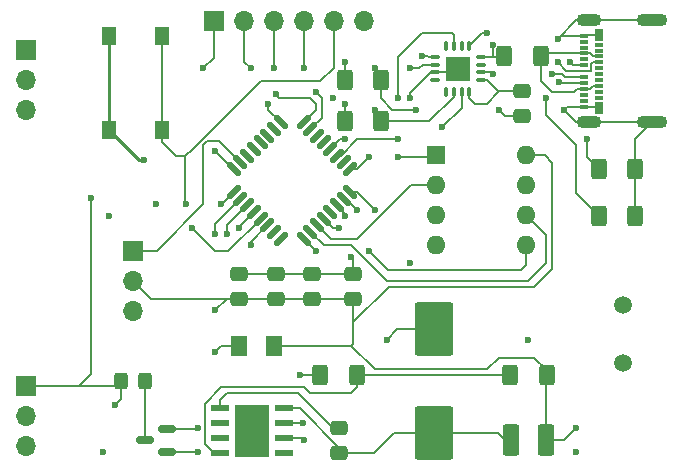
<source format=gbr>
%TF.GenerationSoftware,KiCad,Pcbnew,8.0.6*%
%TF.CreationDate,2025-06-01T13:35:18-05:00*%
%TF.ProjectId,TPS_Calibration_Board,5450535f-4361-46c6-9962-726174696f6e,rev?*%
%TF.SameCoordinates,Original*%
%TF.FileFunction,Copper,L1,Top*%
%TF.FilePolarity,Positive*%
%FSLAX46Y46*%
G04 Gerber Fmt 4.6, Leading zero omitted, Abs format (unit mm)*
G04 Created by KiCad (PCBNEW 8.0.6) date 2025-06-01 13:35:18*
%MOMM*%
%LPD*%
G01*
G04 APERTURE LIST*
G04 Aperture macros list*
%AMRoundRect*
0 Rectangle with rounded corners*
0 $1 Rounding radius*
0 $2 $3 $4 $5 $6 $7 $8 $9 X,Y pos of 4 corners*
0 Add a 4 corners polygon primitive as box body*
4,1,4,$2,$3,$4,$5,$6,$7,$8,$9,$2,$3,0*
0 Add four circle primitives for the rounded corners*
1,1,$1+$1,$2,$3*
1,1,$1+$1,$4,$5*
1,1,$1+$1,$6,$7*
1,1,$1+$1,$8,$9*
0 Add four rect primitives between the rounded corners*
20,1,$1+$1,$2,$3,$4,$5,0*
20,1,$1+$1,$4,$5,$6,$7,0*
20,1,$1+$1,$6,$7,$8,$9,0*
20,1,$1+$1,$8,$9,$2,$3,0*%
G04 Aperture macros list end*
%TA.AperFunction,SMDPad,CuDef*%
%ADD10RoundRect,0.250000X0.475000X-0.337500X0.475000X0.337500X-0.475000X0.337500X-0.475000X-0.337500X0*%
%TD*%
%TA.AperFunction,SMDPad,CuDef*%
%ADD11RoundRect,0.250000X-0.325000X-0.450000X0.325000X-0.450000X0.325000X0.450000X-0.325000X0.450000X0*%
%TD*%
%TA.AperFunction,SMDPad,CuDef*%
%ADD12R,1.700000X1.700000*%
%TD*%
%TA.AperFunction,SMDPad,CuDef*%
%ADD13O,1.700000X1.700000*%
%TD*%
%TA.AperFunction,SMDPad,CuDef*%
%ADD14RoundRect,0.250000X-0.400000X-0.625000X0.400000X-0.625000X0.400000X0.625000X-0.400000X0.625000X0*%
%TD*%
%TA.AperFunction,SMDPad,CuDef*%
%ADD15RoundRect,0.075000X-0.350000X-0.075000X0.350000X-0.075000X0.350000X0.075000X-0.350000X0.075000X0*%
%TD*%
%TA.AperFunction,SMDPad,CuDef*%
%ADD16RoundRect,0.075000X-0.075000X-0.350000X0.075000X-0.350000X0.075000X0.350000X-0.075000X0.350000X0*%
%TD*%
%TA.AperFunction,HeatsinkPad*%
%ADD17R,2.100000X2.100000*%
%TD*%
%TA.AperFunction,SMDPad,CuDef*%
%ADD18RoundRect,0.250000X1.400000X2.000000X-1.400000X2.000000X-1.400000X-2.000000X1.400000X-2.000000X0*%
%TD*%
%TA.AperFunction,SMDPad,CuDef*%
%ADD19R,1.550000X0.600000*%
%TD*%
%TA.AperFunction,ComponentPad*%
%ADD20C,0.600000*%
%TD*%
%TA.AperFunction,SMDPad,CuDef*%
%ADD21R,2.600000X3.100000*%
%TD*%
%TA.AperFunction,SMDPad,CuDef*%
%ADD22R,2.950000X4.500000*%
%TD*%
%TA.AperFunction,SMDPad,CuDef*%
%ADD23RoundRect,0.250001X-0.462499X-1.074999X0.462499X-1.074999X0.462499X1.074999X-0.462499X1.074999X0*%
%TD*%
%TA.AperFunction,SMDPad,CuDef*%
%ADD24R,0.700000X0.300000*%
%TD*%
%TA.AperFunction,SMDPad,CuDef*%
%ADD25R,0.700000X1.000000*%
%TD*%
%TA.AperFunction,ComponentPad*%
%ADD26O,2.100000X1.100000*%
%TD*%
%TA.AperFunction,ComponentPad*%
%ADD27O,2.600000X1.100000*%
%TD*%
%TA.AperFunction,SMDPad,CuDef*%
%ADD28RoundRect,0.250000X0.400000X0.625000X-0.400000X0.625000X-0.400000X-0.625000X0.400000X-0.625000X0*%
%TD*%
%TA.AperFunction,SMDPad,CuDef*%
%ADD29RoundRect,0.250001X-0.462499X-0.624999X0.462499X-0.624999X0.462499X0.624999X-0.462499X0.624999X0*%
%TD*%
%TA.AperFunction,SMDPad,CuDef*%
%ADD30RoundRect,0.250000X-0.475000X0.337500X-0.475000X-0.337500X0.475000X-0.337500X0.475000X0.337500X0*%
%TD*%
%TA.AperFunction,ComponentPad*%
%ADD31R,1.700000X1.700000*%
%TD*%
%TA.AperFunction,ComponentPad*%
%ADD32O,1.700000X1.700000*%
%TD*%
%TA.AperFunction,ComponentPad*%
%ADD33R,1.600000X1.600000*%
%TD*%
%TA.AperFunction,ComponentPad*%
%ADD34O,1.600000X1.600000*%
%TD*%
%TA.AperFunction,ComponentPad*%
%ADD35C,1.500000*%
%TD*%
%TA.AperFunction,SMDPad,CuDef*%
%ADD36RoundRect,0.125000X-0.353553X-0.530330X0.530330X0.353553X0.353553X0.530330X-0.530330X-0.353553X0*%
%TD*%
%TA.AperFunction,SMDPad,CuDef*%
%ADD37RoundRect,0.125000X0.353553X-0.530330X0.530330X-0.353553X-0.353553X0.530330X-0.530330X0.353553X0*%
%TD*%
%TA.AperFunction,SMDPad,CuDef*%
%ADD38RoundRect,0.150000X0.587500X0.150000X-0.587500X0.150000X-0.587500X-0.150000X0.587500X-0.150000X0*%
%TD*%
%TA.AperFunction,SMDPad,CuDef*%
%ADD39R,1.300000X1.550000*%
%TD*%
%TA.AperFunction,ViaPad*%
%ADD40C,0.600000*%
%TD*%
%TA.AperFunction,Conductor*%
%ADD41C,0.200000*%
%TD*%
%TA.AperFunction,Conductor*%
%ADD42C,0.250000*%
%TD*%
G04 APERTURE END LIST*
D10*
%TO.P,C4,1*%
%TO.N,+3.3V*%
X36500000Y-43827500D03*
%TO.P,C4,2*%
%TO.N,Net-(U2-VDDA)*%
X36500000Y-41752500D03*
%TD*%
%TO.P,C5,1*%
%TO.N,+3.3V*%
X39670000Y-43827500D03*
%TO.P,C5,2*%
%TO.N,Net-(U2-VDDA)*%
X39670000Y-41752500D03*
%TD*%
D11*
%TO.P,F1,1*%
%TO.N,+5V*%
X26475000Y-50790000D03*
%TO.P,F1,2*%
%TO.N,Net-(Q1-D)*%
X28525000Y-50790000D03*
%TD*%
D12*
%TO.P,J3,1,Pin_1*%
%TO.N,+3.3V*%
X34400000Y-20290000D03*
D13*
%TO.P,J3,2,Pin_2*%
%TO.N,/SWCLK*%
X36940000Y-20290000D03*
%TO.P,J3,3,Pin_3*%
%TO.N,GND*%
X39480000Y-20290000D03*
%TO.P,J3,4,Pin_4*%
%TO.N,/SWDIO*%
X42020000Y-20290000D03*
%TO.P,J3,5,Pin_5*%
%TO.N,NRST*%
X44560000Y-20290000D03*
%TO.P,J3,6,Pin_6*%
%TO.N,unconnected-(J3-Pin_6-Pad6)*%
X47100000Y-20290000D03*
%TD*%
D14*
%TO.P,R8,1*%
%TO.N,Net-(P1-CC)*%
X66950000Y-32790000D03*
%TO.P,R8,2*%
%TO.N,GND*%
X70050000Y-32790000D03*
%TD*%
D15*
%TO.P,U3,1,VCCIO*%
%TO.N,Net-(U3-VCC)*%
X53075000Y-23340000D03*
%TO.P,U3,2,RXD*%
%TO.N,UART_RX*%
X53075000Y-23990000D03*
%TO.P,U3,3,GND*%
%TO.N,GND*%
X53075000Y-24640000D03*
%TO.P,U3,4,~{CTS}*%
%TO.N,unconnected-(U3-~{CTS}-Pad4)*%
X53075000Y-25290000D03*
D16*
%TO.P,U3,5,CBUS2*%
%TO.N,unconnected-(U3-CBUS2-Pad5)*%
X54050000Y-26265000D03*
%TO.P,U3,6,USBDP*%
%TO.N,Net-(U3-USBDP)*%
X54700000Y-26265000D03*
%TO.P,U3,7,USBDM*%
%TO.N,Net-(U3-USBDM)*%
X55350000Y-26265000D03*
%TO.P,U3,8,3V3OUT*%
%TO.N,Net-(U3-3V3OUT)*%
X56000000Y-26265000D03*
D15*
%TO.P,U3,9,~{RESET}*%
X56975000Y-25290000D03*
%TO.P,U3,10,VCC*%
%TO.N,Net-(U3-VCC)*%
X56975000Y-24640000D03*
%TO.P,U3,11,CBUS1*%
%TO.N,unconnected-(U3-CBUS1-Pad11)*%
X56975000Y-23990000D03*
%TO.P,U3,12,CBUS0*%
%TO.N,USB_SENSE*%
X56975000Y-23340000D03*
D16*
%TO.P,U3,13,GND*%
%TO.N,GND*%
X56000000Y-22365000D03*
%TO.P,U3,14,CBUS3*%
%TO.N,unconnected-(U3-CBUS3-Pad14)*%
X55350000Y-22365000D03*
%TO.P,U3,15,TXD*%
%TO.N,UART_TX*%
X54700000Y-22365000D03*
%TO.P,U3,16,~{RTS}*%
%TO.N,unconnected-(U3-~{RTS}-Pad16)*%
X54050000Y-22365000D03*
D17*
%TO.P,U3,17,GND*%
%TO.N,GND*%
X55025000Y-24315000D03*
%TD*%
D14*
%TO.P,R11,1*%
%TO.N,Net-(R11-Pad1)*%
X43400000Y-50290000D03*
%TO.P,R11,2*%
%TO.N,/Feedback*%
X46500000Y-50290000D03*
%TD*%
D18*
%TO.P,D1,1,K*%
%TO.N,Net-(D1-K)*%
X53000000Y-55190000D03*
%TO.P,D1,2,A*%
%TO.N,GND*%
X53000000Y-46390000D03*
%TD*%
D19*
%TO.P,U4,1,BOOT*%
%TO.N,Net-(U4-BOOT)*%
X34900000Y-53085000D03*
%TO.P,U4,2,NC*%
%TO.N,unconnected-(U4-NC-Pad2)*%
X34900000Y-54355000D03*
%TO.P,U4,3,NC*%
%TO.N,unconnected-(U4-NC-Pad3)*%
X34900000Y-55625000D03*
%TO.P,U4,4,VSENSE*%
%TO.N,/Feedback*%
X34900000Y-56895000D03*
%TO.P,U4,5,EN*%
%TO.N,unconnected-(U4-EN-Pad5)*%
X40300000Y-56895000D03*
%TO.P,U4,6,GND*%
%TO.N,GND*%
X40300000Y-55625000D03*
%TO.P,U4,7,VIN*%
%TO.N,Net-(Q1-S)*%
X40300000Y-54355000D03*
%TO.P,U4,8,PH*%
%TO.N,Net-(D1-K)*%
X40300000Y-53085000D03*
D20*
%TO.P,U4,9,GNDPAD*%
%TO.N,GND*%
X37000000Y-53190000D03*
X37000000Y-54390000D03*
X37000000Y-55690000D03*
X37000000Y-56790000D03*
D21*
X37600000Y-54990000D03*
D22*
X37600000Y-54990000D03*
D20*
X38200000Y-53190000D03*
X38200000Y-54390000D03*
X38200000Y-55690000D03*
X38200000Y-56790000D03*
%TD*%
D23*
%TO.P,L1,1*%
%TO.N,Net-(D1-K)*%
X59500000Y-55790000D03*
%TO.P,L1,2*%
%TO.N,+3.3V*%
X62475000Y-55790000D03*
%TD*%
D24*
%TO.P,P1,A1,GND*%
%TO.N,GND*%
X65700000Y-27540000D03*
%TO.P,P1,A2*%
%TO.N,N/C*%
X65700000Y-27040000D03*
%TO.P,P1,A3*%
X65700000Y-26540000D03*
%TO.P,P1,A4,VBUS*%
%TO.N,Net-(P1-VBUS-PadA4)*%
X65700000Y-26040000D03*
%TO.P,P1,A5,CC*%
%TO.N,Net-(P1-CC)*%
X65700000Y-25540000D03*
%TO.P,P1,A6,D+*%
%TO.N,Net-(P1-D+)*%
X65700000Y-25040000D03*
%TO.P,P1,A7,D-*%
%TO.N,Net-(P1-D-)*%
X65700000Y-24040000D03*
%TO.P,P1,A8*%
%TO.N,N/C*%
X65700000Y-23540000D03*
%TO.P,P1,A9,VBUS*%
%TO.N,Net-(P1-VBUS-PadA4)*%
X65700000Y-23040000D03*
%TO.P,P1,A10*%
%TO.N,N/C*%
X65700000Y-22540000D03*
%TO.P,P1,A11*%
X65700000Y-22040000D03*
%TO.P,P1,A12,GND*%
%TO.N,GND*%
X65700000Y-21540000D03*
D25*
%TO.P,P1,B1,GND*%
X67000000Y-21440000D03*
D24*
%TO.P,P1,B2*%
%TO.N,N/C*%
X67000000Y-22290000D03*
%TO.P,P1,B3*%
X67000000Y-22790000D03*
%TO.P,P1,B4,VBUS*%
%TO.N,Net-(P1-VBUS-PadA4)*%
X67000000Y-23290000D03*
%TO.P,P1,B5,VCONN*%
%TO.N,Net-(P1-VCONN)*%
X67000000Y-23790000D03*
%TO.P,P1,B6*%
%TO.N,N/C*%
X67000000Y-24290000D03*
%TO.P,P1,B7*%
X67000000Y-24790000D03*
%TO.P,P1,B8*%
X67000000Y-25290000D03*
%TO.P,P1,B9,VBUS*%
%TO.N,Net-(P1-VBUS-PadA4)*%
X67000000Y-25790000D03*
%TO.P,P1,B10*%
%TO.N,N/C*%
X67000000Y-26290000D03*
%TO.P,P1,B11*%
X67000000Y-26790000D03*
D25*
%TO.P,P1,B12,GND*%
%TO.N,GND*%
X67000000Y-27640000D03*
D26*
%TO.P,P1,S1,SHIELD*%
X66110000Y-28860000D03*
D27*
X71470000Y-28860000D03*
D26*
X66110000Y-20220000D03*
D27*
X71470000Y-20220000D03*
%TD*%
D28*
%TO.P,R4,1*%
%TO.N,Net-(U3-USBDM)*%
X48550000Y-25290000D03*
%TO.P,R4,2*%
%TO.N,Net-(P1-D-)*%
X45450000Y-25290000D03*
%TD*%
%TO.P,R5,1*%
%TO.N,Net-(U3-USBDP)*%
X48550000Y-28790000D03*
%TO.P,R5,2*%
%TO.N,Net-(P1-D+)*%
X45450000Y-28790000D03*
%TD*%
D14*
%TO.P,R10,1*%
%TO.N,Net-(P1-VCONN)*%
X66950000Y-36790000D03*
%TO.P,R10,2*%
%TO.N,GND*%
X70050000Y-36790000D03*
%TD*%
D29*
%TO.P,D2,1,K*%
%TO.N,GND*%
X36512500Y-47790000D03*
%TO.P,D2,2,A*%
%TO.N,+3.3V*%
X39487500Y-47790000D03*
%TD*%
D30*
%TO.P,C12,1*%
%TO.N,Net-(U3-3V3OUT)*%
X60500000Y-26252500D03*
%TO.P,C12,2*%
%TO.N,GND*%
X60500000Y-28327500D03*
%TD*%
D31*
%TO.P,J2,1,Pin_1*%
%TO.N,+5V*%
X18500000Y-22765000D03*
D32*
%TO.P,J2,2,Pin_2*%
%TO.N,SIG_IN*%
X18500000Y-25305000D03*
%TO.P,J2,3,Pin_3*%
%TO.N,GND*%
X18500000Y-27845000D03*
%TD*%
D33*
%TO.P,U1,1,~{CS}*%
%TO.N,EEPROM_CS*%
X53200000Y-31670000D03*
D34*
%TO.P,U1,2,MISO*%
%TO.N,EEPROM_MISO*%
X53200000Y-34210000D03*
%TO.P,U1,3,~{WP}*%
%TO.N,Net-(U1-~{WP})*%
X53200000Y-36750000D03*
%TO.P,U1,4,GND*%
%TO.N,GND*%
X53200000Y-39290000D03*
%TO.P,U1,5,MOSI*%
%TO.N,EEPROM_MOSI*%
X60820000Y-39290000D03*
%TO.P,U1,6,SCK*%
%TO.N,EEPROM_SCK*%
X60820000Y-36750000D03*
%TO.P,U1,7,~{HOLD}*%
%TO.N,Net-(U1-~{HOLD})*%
X60820000Y-34210000D03*
%TO.P,U1,8,VCC*%
%TO.N,+3.3V*%
X60820000Y-31670000D03*
%TD*%
D30*
%TO.P,C13,1*%
%TO.N,Net-(U4-BOOT)*%
X45000000Y-54752500D03*
%TO.P,C13,2*%
%TO.N,Net-(D1-K)*%
X45000000Y-56827500D03*
%TD*%
D14*
%TO.P,R7,1*%
%TO.N,USB_SENSE*%
X58950000Y-23290000D03*
%TO.P,R7,2*%
%TO.N,Net-(P1-VBUS-PadA4)*%
X62050000Y-23290000D03*
%TD*%
D35*
%TO.P,Y1,1*%
%TO.N,Net-(U2-PF1)*%
X69000000Y-44340000D03*
%TO.P,Y1,2*%
%TO.N,Net-(U2-PF0)*%
X69000000Y-49220000D03*
%TD*%
D31*
%TO.P,J1,1,Pin_1*%
%TO.N,+5V*%
X18500000Y-51210000D03*
D32*
%TO.P,J1,2,Pin_2*%
%TO.N,SIG_OUT*%
X18500000Y-53750000D03*
%TO.P,J1,3,Pin_3*%
%TO.N,GND*%
X18500000Y-56290000D03*
%TD*%
D31*
%TO.P,JP1,1,A*%
%TO.N,/BOOT0*%
X27500000Y-39750000D03*
D32*
%TO.P,JP1,2,B*%
%TO.N,+3.3V*%
X27500000Y-42290000D03*
%TO.P,JP1,3*%
%TO.N,N/C*%
X27500000Y-44830000D03*
%TD*%
D36*
%TO.P,U2,1,VDD*%
%TO.N,Net-(U2-VDDA)*%
X36067930Y-34762272D03*
%TO.P,U2,2,PF0*%
%TO.N,Net-(U2-PF0)*%
X36633616Y-35327957D03*
%TO.P,U2,3,PF1*%
%TO.N,Net-(U2-PF1)*%
X37199301Y-35893643D03*
%TO.P,U2,4,PG10*%
%TO.N,NRST*%
X37764986Y-36459328D03*
%TO.P,U2,5,PA0*%
%TO.N,SIG_IN*%
X38330672Y-37025014D03*
%TO.P,U2,6,PA1*%
%TO.N,GND*%
X38896357Y-37590699D03*
%TO.P,U2,7,PA2*%
%TO.N,unconnected-(U2-PA2-Pad7)*%
X39462043Y-38156384D03*
%TO.P,U2,8,PA3*%
%TO.N,unconnected-(U2-PA3-Pad8)*%
X40027728Y-38722070D03*
D37*
%TO.P,U2,9,PA4*%
%TO.N,SIG_OUT*%
X41972272Y-38722070D03*
%TO.P,U2,10,PA5*%
%TO.N,EEPROM_SCK*%
X42537957Y-38156384D03*
%TO.P,U2,11,PA6*%
%TO.N,EEPROM_MISO*%
X43103643Y-37590699D03*
%TO.P,U2,12,PA7*%
%TO.N,EEPROM_MOSI*%
X43669328Y-37025014D03*
%TO.P,U2,13,PB0*%
%TO.N,unconnected-(U2-PB0-Pad13)*%
X44235014Y-36459328D03*
%TO.P,U2,14,VSSA*%
%TO.N,GND*%
X44800699Y-35893643D03*
%TO.P,U2,15,VDDA*%
%TO.N,Net-(U2-VDDA)*%
X45366384Y-35327957D03*
%TO.P,U2,16,VSS*%
%TO.N,GND*%
X45932070Y-34762272D03*
D36*
%TO.P,U2,17,VDD*%
%TO.N,Net-(U2-VDDA)*%
X45932070Y-32817728D03*
%TO.P,U2,18,PA8*%
%TO.N,unconnected-(U2-PA8-Pad18)*%
X45366384Y-32252043D03*
%TO.P,U2,19,PA9*%
%TO.N,UART_TX*%
X44800699Y-31686357D03*
%TO.P,U2,20,PA10*%
%TO.N,UART_RX*%
X44235014Y-31120672D03*
%TO.P,U2,21,PA11*%
%TO.N,unconnected-(U2-PA11-Pad21)*%
X43669328Y-30554986D03*
%TO.P,U2,22,PA12*%
%TO.N,unconnected-(U2-PA12-Pad22)*%
X43103643Y-29989301D03*
%TO.P,U2,23,PA13*%
%TO.N,/SWDIO*%
X42537957Y-29423616D03*
%TO.P,U2,24,PA14*%
%TO.N,/SWCLK*%
X41972272Y-28857930D03*
D37*
%TO.P,U2,25,PA15*%
%TO.N,EEPROM_CS*%
X40027728Y-28857930D03*
%TO.P,U2,26,PB3*%
%TO.N,unconnected-(U2-PB3-Pad26)*%
X39462043Y-29423616D03*
%TO.P,U2,27,PB4*%
%TO.N,unconnected-(U2-PB4-Pad27)*%
X38896357Y-29989301D03*
%TO.P,U2,28,PB5*%
%TO.N,unconnected-(U2-PB5-Pad28)*%
X38330672Y-30554986D03*
%TO.P,U2,29,PB6*%
%TO.N,unconnected-(U2-PB6-Pad29)*%
X37764986Y-31120672D03*
%TO.P,U2,30,PB7*%
%TO.N,unconnected-(U2-PB7-Pad30)*%
X37199301Y-31686357D03*
%TO.P,U2,31,PB8*%
%TO.N,/BOOT0*%
X36633616Y-32252043D03*
%TO.P,U2,32,VSS*%
%TO.N,GND*%
X36067930Y-32817728D03*
%TD*%
D38*
%TO.P,Q1,1,G*%
%TO.N,GND*%
X30437500Y-56740000D03*
%TO.P,Q1,2,S*%
%TO.N,Net-(Q1-S)*%
X30437500Y-54840000D03*
%TO.P,Q1,3,D*%
%TO.N,Net-(Q1-D)*%
X28562500Y-55790000D03*
%TD*%
D39*
%TO.P,SW1,1,1*%
%TO.N,NRST*%
X30000000Y-21590000D03*
X30000000Y-29540000D03*
%TO.P,SW1,2,2*%
%TO.N,GND*%
X25500000Y-21590000D03*
X25500000Y-29540000D03*
%TD*%
D28*
%TO.P,R9,1*%
%TO.N,+3.3V*%
X62550000Y-50290000D03*
%TO.P,R9,2*%
%TO.N,/Feedback*%
X59450000Y-50290000D03*
%TD*%
D10*
%TO.P,C7,1*%
%TO.N,+3.3V*%
X46180000Y-43827500D03*
%TO.P,C7,2*%
%TO.N,Net-(U2-VDDA)*%
X46180000Y-41752500D03*
%TD*%
%TO.P,C6,1*%
%TO.N,+3.3V*%
X42680000Y-43827500D03*
%TO.P,C6,2*%
%TO.N,Net-(U2-VDDA)*%
X42680000Y-41752500D03*
%TD*%
D40*
%TO.N,GND*%
X34500000Y-31290000D03*
X25000000Y-56790000D03*
X49000000Y-47290000D03*
X61000000Y-47290000D03*
X57500000Y-21290000D03*
X45500000Y-36790000D03*
X51000000Y-26790000D03*
X33000000Y-56790000D03*
X65000000Y-56790000D03*
X48000000Y-36290000D03*
X34500000Y-48290000D03*
X28500000Y-32040000D03*
X37500000Y-39290000D03*
X63500000Y-21790000D03*
X44500000Y-26790000D03*
X25500000Y-36790000D03*
X42000000Y-55790000D03*
X39500000Y-24290000D03*
X51000000Y-40790000D03*
X58500000Y-27790000D03*
X64000000Y-27790000D03*
%TO.N,Net-(U2-PF0)*%
X34500000Y-38290000D03*
%TO.N,NRST*%
X36500000Y-37790000D03*
X29500000Y-35790000D03*
X32000000Y-35790000D03*
%TO.N,Net-(U2-PF1)*%
X35500000Y-38290000D03*
%TO.N,Net-(U2-VDDA)*%
X46000000Y-40290000D03*
X46500000Y-36290000D03*
X35000000Y-35790000D03*
X47500000Y-31790000D03*
%TO.N,+3.3V*%
X65000000Y-54790000D03*
X33500000Y-24290000D03*
X34500000Y-44790000D03*
%TO.N,+5V*%
X24000000Y-35290000D03*
X26000000Y-52790000D03*
%TO.N,Net-(U3-VCC)*%
X58000000Y-24790000D03*
X52000000Y-23290000D03*
%TO.N,Net-(U3-USBDM)*%
X53709038Y-29300713D03*
X48000000Y-24290000D03*
X51500000Y-27790000D03*
%TO.N,SIG_OUT*%
X43000000Y-39790000D03*
%TO.N,SIG_IN*%
X32500000Y-37790000D03*
%TO.N,/SWCLK*%
X37500000Y-24290000D03*
X39603179Y-26487313D03*
%TO.N,/SWDIO*%
X43000000Y-26290000D03*
X42000000Y-24290000D03*
%TO.N,Net-(P1-D-)*%
X64500000Y-23790000D03*
X45500000Y-23790000D03*
%TO.N,Net-(P1-D+)*%
X45500000Y-27290000D03*
X63000000Y-24790000D03*
%TO.N,Net-(P1-VCONN)*%
X63500000Y-23790000D03*
X62500000Y-26790000D03*
%TO.N,Net-(P1-CC)*%
X66000000Y-30290000D03*
X63635709Y-25440000D03*
%TO.N,Net-(Q1-S)*%
X33000000Y-54790000D03*
X41935000Y-54355000D03*
%TO.N,Net-(U3-USBDP)*%
X48000000Y-27790000D03*
%TO.N,USB_SENSE*%
X58000000Y-22290000D03*
%TO.N,Net-(R11-Pad1)*%
X41693487Y-50304784D03*
%TO.N,EEPROM_CS*%
X50000000Y-31790000D03*
X39000000Y-27290000D03*
%TO.N,EEPROM_MOSI*%
X47500000Y-39790000D03*
X45000000Y-37790000D03*
%TO.N,UART_TX*%
X49977473Y-26791214D03*
X49978462Y-30322438D03*
%TO.N,UART_RX*%
X45500000Y-30290000D03*
X51000000Y-24290000D03*
%TD*%
D41*
%TO.N,GND*%
X64250000Y-27540000D02*
X64000000Y-27790000D01*
X36512500Y-47790000D02*
X35000000Y-47790000D01*
X32950000Y-56740000D02*
X33000000Y-56790000D01*
X49900000Y-46390000D02*
X49000000Y-47290000D01*
X53075000Y-24640000D02*
X54700000Y-24640000D01*
X46472272Y-34762272D02*
X48000000Y-36290000D01*
X30437500Y-56740000D02*
X32950000Y-56740000D01*
X45932070Y-34762272D02*
X46472272Y-34762272D01*
X38896357Y-37590699D02*
X37500000Y-38987056D01*
X59037500Y-28327500D02*
X58500000Y-27790000D01*
X36067930Y-32817728D02*
X36027728Y-32817728D01*
X65700000Y-21540000D02*
X63750000Y-21540000D01*
X53075000Y-24640000D02*
X52767590Y-24640000D01*
X39500000Y-20310000D02*
X39500000Y-24290000D01*
X35000000Y-47790000D02*
X34500000Y-48290000D01*
X41835000Y-55625000D02*
X42000000Y-55790000D01*
X37500000Y-38987056D02*
X37500000Y-39290000D01*
X67000000Y-21440000D02*
X65800000Y-21440000D01*
X36027728Y-32817728D02*
X34500000Y-31290000D01*
X65070000Y-28860000D02*
X64000000Y-27790000D01*
X66110000Y-28860000D02*
X65070000Y-28860000D01*
X52767590Y-24640000D02*
X51000000Y-26407590D01*
X53000000Y-46390000D02*
X49900000Y-46390000D01*
X70050000Y-30280000D02*
X71470000Y-28860000D01*
X66110000Y-20220000D02*
X65070000Y-20220000D01*
D42*
X25500000Y-21590000D02*
X25500000Y-29540000D01*
D41*
X39480000Y-20290000D02*
X39500000Y-20310000D01*
X65700000Y-27540000D02*
X64250000Y-27540000D01*
X66900000Y-27540000D02*
X67000000Y-27640000D01*
X57500000Y-21290000D02*
X57075000Y-21290000D01*
D42*
X28500000Y-32040000D02*
X28000000Y-32040000D01*
D41*
X65700000Y-27540000D02*
X66900000Y-27540000D01*
X40300000Y-55625000D02*
X41835000Y-55625000D01*
X54700000Y-24640000D02*
X55025000Y-24315000D01*
X70050000Y-36790000D02*
X70050000Y-32790000D01*
X71470000Y-20220000D02*
X66110000Y-20220000D01*
X63750000Y-21540000D02*
X63500000Y-21790000D01*
X51000000Y-26407590D02*
X51000000Y-26790000D01*
X65800000Y-21440000D02*
X65700000Y-21540000D01*
X45500000Y-36592944D02*
X45500000Y-36790000D01*
D42*
X28000000Y-32040000D02*
X25500000Y-29540000D01*
D41*
X70050000Y-32790000D02*
X70050000Y-30280000D01*
X57075000Y-21290000D02*
X56000000Y-22365000D01*
X65070000Y-20220000D02*
X63500000Y-21790000D01*
X71470000Y-28860000D02*
X66110000Y-28860000D01*
X44800699Y-35893643D02*
X45500000Y-36592944D01*
X60500000Y-28327500D02*
X59037500Y-28327500D01*
%TO.N,Net-(U2-PF0)*%
X34500000Y-37461573D02*
X34500000Y-38290000D01*
X36633616Y-35327957D02*
X34500000Y-37461573D01*
%TO.N,NRST*%
X32592157Y-31132157D02*
X31975000Y-31749314D01*
X31975000Y-33040000D02*
X31975000Y-35765000D01*
X36500000Y-37724314D02*
X37764986Y-36459328D01*
X43405507Y-25384493D02*
X38339821Y-25384493D01*
X44560000Y-20290000D02*
X44560000Y-24230000D01*
X38339821Y-25384493D02*
X32592157Y-31132157D01*
X30000000Y-30540000D02*
X30000000Y-29540000D01*
X31975000Y-35765000D02*
X32000000Y-35790000D01*
X44560000Y-24230000D02*
X43405507Y-25384493D01*
X30000000Y-29540000D02*
X30000000Y-21590000D01*
X31975000Y-31749314D02*
X31209314Y-31749314D01*
X31209314Y-31749314D02*
X30000000Y-30540000D01*
X36500000Y-37790000D02*
X36500000Y-37724314D01*
X31975000Y-31749314D02*
X31975000Y-33040000D01*
%TO.N,Net-(U2-PF1)*%
X37199301Y-35893643D02*
X35500000Y-37592944D01*
X35500000Y-37592944D02*
X35500000Y-38290000D01*
%TO.N,Net-(U2-VDDA)*%
X45366384Y-35327957D02*
X45537957Y-35327957D01*
X45537957Y-35327957D02*
X46500000Y-36290000D01*
X46180000Y-40470000D02*
X46000000Y-40290000D01*
X35040202Y-35790000D02*
X36067930Y-34762272D01*
X35000000Y-35790000D02*
X35040202Y-35790000D01*
X42680000Y-41752500D02*
X46180000Y-41752500D01*
X36500000Y-41752500D02*
X39670000Y-41752500D01*
X45932070Y-32817728D02*
X46472272Y-32817728D01*
X46180000Y-41752500D02*
X46180000Y-40470000D01*
X46472272Y-32817728D02*
X47500000Y-31790000D01*
X39670000Y-41752500D02*
X42680000Y-41752500D01*
%TO.N,+3.3V*%
X62550000Y-50290000D02*
X62550000Y-49840000D01*
X46180000Y-45790000D02*
X46180000Y-47610000D01*
X42680000Y-43827500D02*
X46180000Y-43827500D01*
X46180000Y-43827500D02*
X46180000Y-45790000D01*
X61500000Y-48790000D02*
X58500000Y-48790000D01*
X49180000Y-42790000D02*
X61500000Y-42790000D01*
X48000000Y-49790000D02*
X46000000Y-47790000D01*
X63000000Y-32290000D02*
X62380000Y-31670000D01*
X63000000Y-41290000D02*
X63000000Y-32290000D01*
X46180000Y-45790000D02*
X49180000Y-42790000D01*
X35462500Y-43827500D02*
X36500000Y-43827500D01*
X39670000Y-43827500D02*
X42680000Y-43827500D01*
X34400000Y-20290000D02*
X34400000Y-23390000D01*
X46000000Y-47790000D02*
X39487500Y-47790000D01*
X27500000Y-42290000D02*
X29037500Y-43827500D01*
X62550000Y-49840000D02*
X61500000Y-48790000D01*
X62475000Y-55790000D02*
X64000000Y-55790000D01*
X61500000Y-42790000D02*
X63000000Y-41290000D01*
X36500000Y-43827500D02*
X39670000Y-43827500D01*
X46180000Y-47610000D02*
X46000000Y-47790000D01*
X62475000Y-55790000D02*
X62475000Y-50365000D01*
X29037500Y-43827500D02*
X36500000Y-43827500D01*
X62475000Y-50365000D02*
X62550000Y-50290000D01*
X62380000Y-31670000D02*
X60820000Y-31670000D01*
X57500000Y-49790000D02*
X48000000Y-49790000D01*
X58500000Y-48790000D02*
X57500000Y-49790000D01*
X34400000Y-23390000D02*
X33500000Y-24290000D01*
X64000000Y-55790000D02*
X65000000Y-54790000D01*
X34500000Y-44790000D02*
X35462500Y-43827500D01*
%TO.N,+5V*%
X24000000Y-35290000D02*
X24000000Y-50210000D01*
X24000000Y-50210000D02*
X23000000Y-51210000D01*
X26475000Y-52315000D02*
X26000000Y-52790000D01*
X23000000Y-51210000D02*
X18500000Y-51210000D01*
X26055000Y-51210000D02*
X26475000Y-50790000D01*
X26475000Y-50790000D02*
X26475000Y-52315000D01*
X23000000Y-51210000D02*
X26055000Y-51210000D01*
%TO.N,Net-(U3-VCC)*%
X56975000Y-24640000D02*
X57850000Y-24640000D01*
X52000000Y-23290000D02*
X52050000Y-23340000D01*
X53075000Y-23340000D02*
X52000000Y-23290000D01*
X57850000Y-24640000D02*
X58000000Y-24790000D01*
%TO.N,Net-(U3-3V3OUT)*%
X58462500Y-26327500D02*
X57500000Y-27290000D01*
X56500000Y-27290000D02*
X56000000Y-26790000D01*
X57500000Y-27290000D02*
X56500000Y-27290000D01*
X57500000Y-25290000D02*
X58462500Y-26252500D01*
X56975000Y-25290000D02*
X57500000Y-25290000D01*
X56000000Y-26790000D02*
X56000000Y-26265000D01*
X58462500Y-26252500D02*
X58462500Y-26327500D01*
X58462500Y-26252500D02*
X60500000Y-26252500D01*
%TO.N,Net-(U4-BOOT)*%
X44462500Y-54752500D02*
X41500000Y-51790000D01*
X41500000Y-51790000D02*
X35500000Y-51790000D01*
X45000000Y-54752500D02*
X44462500Y-54752500D01*
X34900000Y-52390000D02*
X34900000Y-53085000D01*
X35500000Y-51790000D02*
X34900000Y-52390000D01*
%TO.N,Net-(D1-K)*%
X40495000Y-52890000D02*
X40300000Y-53085000D01*
X45000000Y-56441471D02*
X41643529Y-53085000D01*
X59000000Y-55790000D02*
X58400000Y-55190000D01*
X47962500Y-56827500D02*
X45000000Y-56827500D01*
X49600000Y-55190000D02*
X47962500Y-56827500D01*
X53000000Y-55190000D02*
X49600000Y-55190000D01*
X59500000Y-55790000D02*
X59000000Y-55790000D01*
X45000000Y-56827500D02*
X45000000Y-56441471D01*
X41643529Y-53085000D02*
X40300000Y-53085000D01*
X58400000Y-55190000D02*
X53000000Y-55190000D01*
%TO.N,Net-(U3-USBDM)*%
X48550000Y-26840000D02*
X49500000Y-27790000D01*
X49500000Y-27790000D02*
X51500000Y-27790000D01*
X53709038Y-29300713D02*
X55350000Y-27659751D01*
X48550000Y-25290000D02*
X48550000Y-24840000D01*
X55350000Y-27659751D02*
X55350000Y-26265000D01*
X48550000Y-25290000D02*
X48550000Y-26840000D01*
X48550000Y-24840000D02*
X48000000Y-24290000D01*
%TO.N,Net-(Q1-D)*%
X28525000Y-50790000D02*
X28525000Y-55752500D01*
X28525000Y-55752500D02*
X28562500Y-55790000D01*
%TO.N,SIG_OUT*%
X41972272Y-38722070D02*
X41972272Y-38762272D01*
X41972272Y-38762272D02*
X43000000Y-39790000D01*
%TO.N,SIG_IN*%
X34500000Y-39790000D02*
X32500000Y-37790000D01*
X38330672Y-37025014D02*
X35565686Y-39790000D01*
X35565686Y-39790000D02*
X34500000Y-39790000D01*
%TO.N,/SWCLK*%
X41972272Y-28857930D02*
X43000000Y-27830202D01*
X43000000Y-27290000D02*
X42500000Y-26790000D01*
X36940000Y-20290000D02*
X36940000Y-23730000D01*
X36940000Y-23730000D02*
X37500000Y-24290000D01*
X39905866Y-26790000D02*
X39603179Y-26487313D01*
X43000000Y-27830202D02*
X43000000Y-27290000D01*
X42500000Y-26790000D02*
X39905866Y-26790000D01*
%TO.N,/SWDIO*%
X42537957Y-29423616D02*
X43500000Y-28461573D01*
X42020000Y-24270000D02*
X42020000Y-20290000D01*
X42000000Y-24290000D02*
X42020000Y-24270000D01*
X43500000Y-28461573D02*
X43500000Y-26790000D01*
X43500000Y-26790000D02*
X43000000Y-26290000D01*
%TO.N,/BOOT0*%
X33500000Y-30790000D02*
X33835786Y-30454214D01*
X27500000Y-39750000D02*
X29540000Y-39750000D01*
X33500000Y-35790000D02*
X33500000Y-30790000D01*
X29540000Y-39750000D02*
X33500000Y-35790000D01*
X34835786Y-30454214D02*
X36633616Y-32252043D01*
X33835786Y-30454214D02*
X34835786Y-30454214D01*
%TO.N,Net-(P1-VBUS-PadA4)*%
X66200000Y-23040000D02*
X65700000Y-23040000D01*
X65700000Y-23040000D02*
X62300000Y-23040000D01*
X63000000Y-26290000D02*
X63500000Y-26290000D01*
X66450000Y-23290000D02*
X66200000Y-23040000D01*
X62050000Y-25340000D02*
X63000000Y-26290000D01*
X65700000Y-26040000D02*
X65100000Y-26040000D01*
X66250000Y-26040000D02*
X65700000Y-26040000D01*
X67000000Y-25790000D02*
X66500000Y-25790000D01*
X64850000Y-26290000D02*
X63500000Y-26290000D01*
X67000000Y-23290000D02*
X66450000Y-23290000D01*
X62050000Y-25340000D02*
X62050000Y-23290000D01*
X66500000Y-25790000D02*
X66250000Y-26040000D01*
X62300000Y-23040000D02*
X62050000Y-23290000D01*
X65100000Y-26040000D02*
X64850000Y-26290000D01*
%TO.N,Net-(P1-D-)*%
X45500000Y-25240000D02*
X45450000Y-25290000D01*
X65700000Y-24040000D02*
X64750000Y-24040000D01*
X64750000Y-24040000D02*
X64500000Y-23790000D01*
X45500000Y-23790000D02*
X45500000Y-25240000D01*
%TO.N,Net-(P1-D+)*%
X64084238Y-25040000D02*
X63834238Y-24790000D01*
X45500000Y-28740000D02*
X45450000Y-28790000D01*
X65700000Y-25040000D02*
X64084238Y-25040000D01*
X63500000Y-24790000D02*
X63000000Y-24790000D01*
X63834238Y-24790000D02*
X63500000Y-24790000D01*
X45500000Y-27290000D02*
X45500000Y-28740000D01*
%TO.N,Net-(P1-VCONN)*%
X65000000Y-34840000D02*
X66950000Y-36790000D01*
X66500000Y-23790000D02*
X67000000Y-23790000D01*
X65000000Y-30790000D02*
X65000000Y-34840000D01*
X62500000Y-26790000D02*
X62500000Y-28290000D01*
X62500000Y-28290000D02*
X65000000Y-30790000D01*
X66350000Y-23940000D02*
X66500000Y-23790000D01*
X66350000Y-24490000D02*
X66350000Y-23940000D01*
X63500000Y-23790000D02*
X64200000Y-24490000D01*
X64200000Y-24490000D02*
X66350000Y-24490000D01*
%TO.N,Net-(P1-CC)*%
X63735709Y-25540000D02*
X65700000Y-25540000D01*
X63635709Y-25440000D02*
X63735709Y-25540000D01*
X66000000Y-30290000D02*
X66000000Y-31840000D01*
X66000000Y-31840000D02*
X66950000Y-32790000D01*
%TO.N,Net-(Q1-S)*%
X32950000Y-54840000D02*
X30437500Y-54840000D01*
X33000000Y-54790000D02*
X32950000Y-54840000D01*
X41935000Y-54355000D02*
X40300000Y-54355000D01*
%TO.N,Net-(U3-USBDP)*%
X52599999Y-28790000D02*
X54700000Y-26689999D01*
X48550000Y-28790000D02*
X48550000Y-28340000D01*
X48550000Y-28790000D02*
X52599999Y-28790000D01*
X48550000Y-28340000D02*
X48000000Y-27790000D01*
X54700000Y-26689999D02*
X54700000Y-26265000D01*
%TO.N,USB_SENSE*%
X58000000Y-23340000D02*
X58000000Y-22290000D01*
X58000000Y-23340000D02*
X58900000Y-23340000D01*
X58900000Y-23340000D02*
X58950000Y-23290000D01*
X56975000Y-23340000D02*
X58000000Y-23340000D01*
%TO.N,/Feedback*%
X59450000Y-50290000D02*
X46500000Y-50290000D01*
X42000000Y-51290000D02*
X42500000Y-51790000D01*
X33600000Y-56070000D02*
X33600000Y-52690000D01*
X46500000Y-51290000D02*
X46500000Y-50290000D01*
X42500000Y-51790000D02*
X46000000Y-51790000D01*
X35000000Y-51290000D02*
X42000000Y-51290000D01*
X34900000Y-56895000D02*
X34425000Y-56895000D01*
X46000000Y-51790000D02*
X46500000Y-51290000D01*
X33600000Y-52690000D02*
X35000000Y-51290000D01*
X34425000Y-56895000D02*
X33600000Y-56070000D01*
%TO.N,Net-(R11-Pad1)*%
X41693487Y-50304784D02*
X43385216Y-50304784D01*
X43385216Y-50304784D02*
X43400000Y-50290000D01*
%TO.N,EEPROM_CS*%
X39000000Y-27790000D02*
X39000000Y-27290000D01*
X53080000Y-31790000D02*
X53200000Y-31670000D01*
X40027728Y-28857930D02*
X40027728Y-28817728D01*
X50000000Y-31790000D02*
X53080000Y-31790000D01*
X40027728Y-28817728D02*
X39000000Y-27790000D01*
%TO.N,EEPROM_SCK*%
X42537957Y-38156384D02*
X43671573Y-39290000D01*
X49000000Y-42290000D02*
X61000000Y-42290000D01*
X43671573Y-39290000D02*
X46000000Y-39290000D01*
X62500000Y-38430000D02*
X60820000Y-36750000D01*
X46000000Y-39290000D02*
X49000000Y-42290000D01*
X61000000Y-42290000D02*
X62500000Y-40790000D01*
X62500000Y-40790000D02*
X62500000Y-38430000D01*
%TO.N,EEPROM_MISO*%
X51080000Y-34210000D02*
X53200000Y-34210000D01*
X43103643Y-37590699D02*
X44302944Y-38790000D01*
X44302944Y-38790000D02*
X46500000Y-38790000D01*
X46500000Y-38790000D02*
X51080000Y-34210000D01*
%TO.N,EEPROM_MOSI*%
X48500000Y-40790000D02*
X47500000Y-39790000D01*
X44434314Y-37790000D02*
X43669328Y-37025014D01*
X60500000Y-41290000D02*
X60400000Y-41390000D01*
X60820000Y-39290000D02*
X60820000Y-40970000D01*
X45000000Y-37790000D02*
X44434314Y-37790000D01*
X60400000Y-41390000D02*
X49100000Y-41390000D01*
X49100000Y-41390000D02*
X48500000Y-40790000D01*
X60820000Y-40970000D02*
X60500000Y-41290000D01*
%TO.N,UART_TX*%
X44800699Y-31686357D02*
X45103643Y-31686357D01*
X54500000Y-21290000D02*
X52000000Y-21290000D01*
X49977473Y-23312527D02*
X49977473Y-26791214D01*
X52000000Y-21290000D02*
X49977473Y-23312527D01*
X54700000Y-21490000D02*
X54500000Y-21290000D01*
X54700000Y-22365000D02*
X54700000Y-21490000D01*
X45103643Y-31686357D02*
X46500000Y-30290000D01*
X46500000Y-30290000D02*
X50000000Y-30290000D01*
%TO.N,UART_RX*%
X53075000Y-23990000D02*
X52082843Y-23990000D01*
X44235014Y-31120672D02*
X45065686Y-30290000D01*
X51782843Y-24290000D02*
X52082843Y-23990000D01*
X51000000Y-24290000D02*
X51782843Y-24290000D01*
X45065686Y-30290000D02*
X45500000Y-30290000D01*
%TD*%
M02*

</source>
